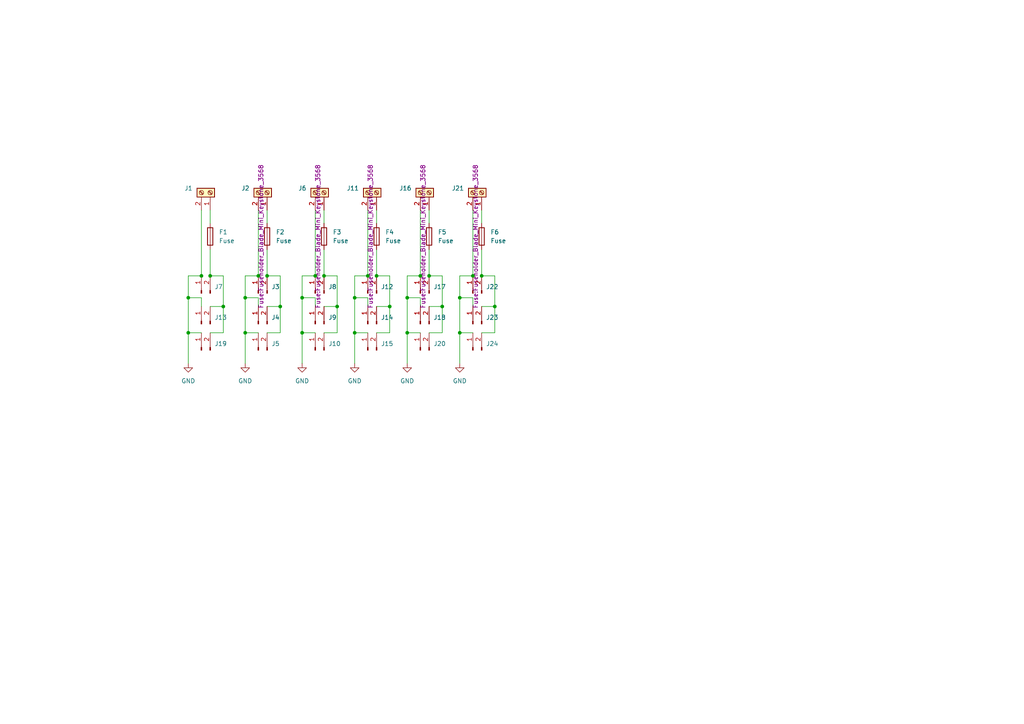
<source format=kicad_sch>
(kicad_sch (version 20231120) (generator "eeschema") (generator_version "8.0")
  (paper "A4")
  (lib_symbols
    (symbol "Connector:Conn_01x02_Pin" (pin_names (offset 1.016) hide)
      (property "Reference" "J" (at 0 2.54 0))
      (property "Value" "Conn_01x02_Pin" (at 0 -5.08 0))
      (symbol "Conn_01x02_Pin_1_1"
        (polyline (pts (xy 1.27 -2.54) (xy 0.8636 -2.54)) (stroke (width 0.1524)))
        (polyline (pts (xy 1.27 0) (xy 0.8636 0)) (stroke (width 0.1524)))
        (rectangle (start 0.8636 -2.413) (end 0 -2.667) (stroke (width 0.1524)) (fill (type outline)))
        (rectangle (start 0.8636 0.127) (end 0 -0.127) (stroke (width 0.1524)) (fill (type outline)))
        (pin passive line (at 5.08 0 180) (length 3.81) (name "Pin_1") (number "1"))
        (pin passive line (at 5.08 -2.54 180) (length 3.81) (name "Pin_2") (number "2"))
      )
    )
    (symbol "Connector:Screw_Terminal_01x02" (pin_names (offset 1.016) hide)
      (property "Reference" "J" (at 0 2.54 0))
      (property "Value" "Screw_Terminal_01x02" (at 0 -5.08 0))
      (symbol "Screw_Terminal_01x02_1_1"
        (rectangle (start -1.27 1.27) (end 1.27 -3.81) (stroke (width 0.254)) (fill (type background)))
        (circle (center 0 -2.54) (radius 0.635) (stroke (width 0.1524)))
        (polyline (pts (xy -0.5334 -2.2098) (xy 0.3302 -3.048)) (stroke (width 0.1524)))
        (polyline (pts (xy -0.5334 0.3302) (xy 0.3302 -0.508)) (stroke (width 0.1524)))
        (polyline (pts (xy -0.3556 -2.032) (xy 0.508 -2.8702)) (stroke (width 0.1524)))
        (polyline (pts (xy -0.3556 0.508) (xy 0.508 -0.3302)) (stroke (width 0.1524)))
        (circle (center 0 0) (radius 0.635) (stroke (width 0.1524)))
        (pin passive line (at -5.08 0 0) (length 3.81) (name "Pin_1") (number "1"))
        (pin passive line (at -5.08 -2.54 0) (length 3.81) (name "Pin_2") (number "2"))
      )
    )
    (symbol "Device:Fuse" (pin_numbers hide) (pin_names (offset 0))
      (property "Reference" "F" (at 2.032 0 90))
      (property "Value" "Fuse" (at -1.905 0 90))
      (symbol "Fuse_0_1"
        (rectangle (start -0.762 -2.54) (end 0.762 2.54) (stroke (width 0.254)))
        (polyline (pts (xy 0 2.54) (xy 0 -2.54)))
      )
      (symbol "Fuse_1_1"
        (pin passive line (at 0 3.81 270) (length 1.27) (name "~") (number "1"))
        (pin passive line (at 0 -3.81 90) (length 1.27) (name "~") (number "2"))
      )
    )
    (symbol "power:GND" (power) (pin_numbers hide) (pin_names (offset 0) hide)
      (property "Value" "GND" (at 0 -3.81 0))
      (symbol "GND_0_1"
        (polyline (pts (xy 0 0) (xy 0 -1.27) (xy 1.27 -1.27) (xy 0 -2.54) (xy -1.27 -1.27) (xy 0 -1.27)))
      )
      (symbol "GND_1_1"
        (pin power_in line (at 0 0 270) (length 0) (name "~") (number "1"))
      )
    )
  )
  (junction (at 124.46 80.01))
  (junction (at 137.16 80.01))
  (junction (at 128.27 88.9))
  (junction (at 143.51 88.9))
  (junction (at 133.35 86.36))
  (junction (at 81.28 88.9))
  (junction (at 87.63 86.36))
  (junction (at 54.61 86.36))
  (junction (at 118.11 86.36))
  (junction (at 93.98 80.01))
  (junction (at 106.68 80.01))
  (junction (at 77.47 80.01))
  (junction (at 102.87 86.36))
  (junction (at 118.11 96.52))
  (junction (at 71.12 96.52))
  (junction (at 113.03 88.9))
  (junction (at 87.63 96.52))
  (junction (at 64.77 88.9))
  (junction (at 139.7 80.01))
  (junction (at 102.87 96.52))
  (junction (at 54.61 96.52))
  (junction (at 74.93 80.01))
  (junction (at 71.12 86.36))
  (junction (at 97.79 88.9))
  (junction (at 91.44 80.01))
  (junction (at 60.96 80.01))
  (junction (at 109.22 80.01))
  (junction (at 58.42 80.01))
  (junction (at 121.92 80.01))
  (junction (at 133.35 96.52))
  (wire (pts (xy 91.44 86.36) (xy 87.63 86.36)))
  (wire (pts (xy 77.47 72.39) (xy 77.47 80.01)))
  (wire (pts (xy 93.98 72.39) (xy 93.98 80.01)))
  (wire (pts (xy 64.77 96.52) (xy 64.77 88.9)))
  (wire (pts (xy 54.61 96.52) (xy 54.61 86.36)))
  (wire (pts (xy 128.27 80.01) (xy 124.46 80.01)))
  (wire (pts (xy 106.68 60.96) (xy 106.68 80.01)))
  (wire (pts (xy 102.87 96.52) (xy 102.87 86.36)))
  (wire (pts (xy 109.22 72.39) (xy 109.22 80.01)))
  (wire (pts (xy 81.28 88.9) (xy 81.28 80.01)))
  (wire (pts (xy 58.42 60.96) (xy 58.42 80.01)))
  (wire (pts (xy 139.7 60.96) (xy 139.7 64.77)))
  (wire (pts (xy 74.93 60.96) (xy 74.93 80.01)))
  (wire (pts (xy 87.63 96.52) (xy 91.44 96.52)))
  (wire (pts (xy 118.11 86.36) (xy 118.11 80.01)))
  (wire (pts (xy 124.46 96.52) (xy 128.27 96.52)))
  (wire (pts (xy 87.63 96.52) (xy 87.63 86.36)))
  (wire (pts (xy 77.47 96.52) (xy 81.28 96.52)))
  (wire (pts (xy 54.61 105.41) (xy 54.61 96.52)))
  (wire (pts (xy 137.16 86.36) (xy 133.35 86.36)))
  (wire (pts (xy 87.63 80.01) (xy 91.44 80.01)))
  (wire (pts (xy 74.93 88.9) (xy 74.93 86.36)))
  (wire (pts (xy 91.44 60.96) (xy 91.44 80.01)))
  (wire (pts (xy 137.16 96.52) (xy 133.35 96.52)))
  (wire (pts (xy 128.27 88.9) (xy 128.27 80.01)))
  (wire (pts (xy 109.22 60.96) (xy 109.22 64.77)))
  (wire (pts (xy 71.12 80.01) (xy 74.93 80.01)))
  (wire (pts (xy 87.63 96.52) (xy 87.63 105.41)))
  (wire (pts (xy 91.44 88.9) (xy 91.44 86.36)))
  (wire (pts (xy 106.68 88.9) (xy 106.68 86.36)))
  (wire (pts (xy 143.51 88.9) (xy 143.51 80.01)))
  (wire (pts (xy 60.96 72.39) (xy 60.96 80.01)))
  (wire (pts (xy 71.12 96.52) (xy 71.12 86.36)))
  (wire (pts (xy 97.79 96.52) (xy 97.79 88.9)))
  (wire (pts (xy 121.92 96.52) (xy 118.11 96.52)))
  (wire (pts (xy 77.47 60.96) (xy 77.47 64.77)))
  (wire (pts (xy 137.16 60.96) (xy 137.16 80.01)))
  (wire (pts (xy 133.35 96.52) (xy 133.35 105.41)))
  (wire (pts (xy 118.11 96.52) (xy 118.11 105.41)))
  (wire (pts (xy 118.11 96.52) (xy 118.11 86.36)))
  (wire (pts (xy 74.93 86.36) (xy 71.12 86.36)))
  (wire (pts (xy 74.93 96.52) (xy 71.12 96.52)))
  (wire (pts (xy 121.92 88.9) (xy 121.92 86.36)))
  (wire (pts (xy 121.92 60.96) (xy 121.92 80.01)))
  (wire (pts (xy 60.96 60.96) (xy 60.96 64.77)))
  (wire (pts (xy 124.46 60.96) (xy 124.46 64.77)))
  (wire (pts (xy 113.03 88.9) (xy 113.03 80.01)))
  (wire (pts (xy 77.47 88.9) (xy 81.28 88.9)))
  (wire (pts (xy 58.42 88.9) (xy 58.42 86.36)))
  (wire (pts (xy 97.79 88.9) (xy 97.79 80.01)))
  (wire (pts (xy 113.03 80.01) (xy 109.22 80.01)))
  (wire (pts (xy 128.27 96.52) (xy 128.27 88.9)))
  (wire (pts (xy 54.61 96.52) (xy 58.42 96.52)))
  (wire (pts (xy 102.87 96.52) (xy 102.87 105.41)))
  (wire (pts (xy 139.7 88.9) (xy 143.51 88.9)))
  (wire (pts (xy 64.77 80.01) (xy 60.96 80.01)))
  (wire (pts (xy 133.35 80.01) (xy 137.16 80.01)))
  (wire (pts (xy 60.96 88.9) (xy 64.77 88.9)))
  (wire (pts (xy 54.61 86.36) (xy 54.61 80.01)))
  (wire (pts (xy 133.35 86.36) (xy 133.35 80.01)))
  (wire (pts (xy 60.96 96.52) (xy 64.77 96.52)))
  (wire (pts (xy 124.46 72.39) (xy 124.46 80.01)))
  (wire (pts (xy 102.87 86.36) (xy 102.87 80.01)))
  (wire (pts (xy 71.12 96.52) (xy 71.12 105.41)))
  (wire (pts (xy 137.16 88.9) (xy 137.16 86.36)))
  (wire (pts (xy 118.11 80.01) (xy 121.92 80.01)))
  (wire (pts (xy 143.51 80.01) (xy 139.7 80.01)))
  (wire (pts (xy 93.98 96.52) (xy 97.79 96.52)))
  (wire (pts (xy 143.51 96.52) (xy 143.51 88.9)))
  (wire (pts (xy 93.98 88.9) (xy 97.79 88.9)))
  (wire (pts (xy 81.28 96.52) (xy 81.28 88.9)))
  (wire (pts (xy 109.22 88.9) (xy 113.03 88.9)))
  (wire (pts (xy 81.28 80.01) (xy 77.47 80.01)))
  (wire (pts (xy 124.46 88.9) (xy 128.27 88.9)))
  (wire (pts (xy 71.12 86.36) (xy 71.12 80.01)))
  (wire (pts (xy 106.68 96.52) (xy 102.87 96.52)))
  (wire (pts (xy 58.42 86.36) (xy 54.61 86.36)))
  (wire (pts (xy 139.7 96.52) (xy 143.51 96.52)))
  (wire (pts (xy 133.35 96.52) (xy 133.35 86.36)))
  (wire (pts (xy 109.22 96.52) (xy 113.03 96.52)))
  (wire (pts (xy 121.92 86.36) (xy 118.11 86.36)))
  (wire (pts (xy 106.68 86.36) (xy 102.87 86.36)))
  (wire (pts (xy 139.7 72.39) (xy 139.7 80.01)))
  (wire (pts (xy 64.77 88.9) (xy 64.77 80.01)))
  (wire (pts (xy 102.87 80.01) (xy 106.68 80.01)))
  (wire (pts (xy 113.03 96.52) (xy 113.03 88.9)))
  (wire (pts (xy 97.79 80.01) (xy 93.98 80.01)))
  (wire (pts (xy 93.98 60.96) (xy 93.98 64.77)))
  (wire (pts (xy 54.61 80.01) (xy 58.42 80.01)))
  (wire (pts (xy 87.63 86.36) (xy 87.63 80.01)))
  (symbol (lib_id "Connector:Conn_01x02_Pin") (at 106.68 93.98 90) (unit 1)
    (property "Reference" "J14" (at 110.49 92.0749 90) (effects (justify right)))
    (property "Value" "Conn_01x02_Pin" (effects (hide yes)))
    (property "Footprint" "Connector_AMASS:AMASS_XT60-M_1x02_P7.20mm_Vertical" (effects (hide yes)))
    (property "Description" "Generic connector, single row, 01x02, script generated" (effects (hide yes)))
  )
  (symbol (lib_id "Connector:Screw_Terminal_01x02") (at 109.22 55.88 270) (mirror x) (unit 1)
    (property "Reference" "J11" (at 104.14 54.6099 90) (effects (justify right)))
    (property "Value" "Screw_Terminal_01x02" (effects (hide yes)))
    (property "Footprint" "TerminalBlock_Phoenix:TerminalBlock_Phoenix_PT-1,5-2-5.0-H_1x02_P5.00mm_Horizontal" (effects (hide yes)))
    (property "Description" "Generic screw terminal, single row, 01x02, script generated (kicad-library-utils/schlib/autogen/connector/)" (effects (hide yes)))
  )
  (symbol (lib_id "Connector:Conn_01x02_Pin") (at 58.42 93.98 90) (unit 1)
    (property "Reference" "J13" (at 62.23 92.0749 90) (effects (justify right)))
    (property "Value" "Conn_01x02_Pin" (effects (hide yes)))
    (property "Footprint" "Connector_AMASS:AMASS_XT60-M_1x02_P7.20mm_Vertical" (effects (hide yes)))
    (property "Description" "Generic connector, single row, 01x02, script generated" (effects (hide yes)))
  )
  (symbol (lib_id "power:GND") (at 87.63 105.41 0) (unit 1)
    (property "Reference" "#PWR03" (effects (hide yes)))
    (property "Value" "GND" (at 87.63 110.49 0))
    (property "Description" "Power symbol creates a global label with name \"GND\" , ground" (effects (hide yes)))
  )
  (symbol (lib_id "Connector:Conn_01x02_Pin") (at 121.92 93.98 90) (unit 1)
    (property "Reference" "J18" (at 125.73 92.0749 90) (effects (justify right)))
    (property "Value" "Conn_01x02_Pin" (effects (hide yes)))
    (property "Footprint" "Connector_AMASS:AMASS_XT60-M_1x02_P7.20mm_Vertical" (effects (hide yes)))
    (property "Description" "Generic connector, single row, 01x02, script generated" (effects (hide yes)))
  )
  (symbol (lib_id "Device:Fuse") (at 77.47 68.58 0) (unit 1)
    (property "Reference" "F2" (at 80.01 67.3099 0) (effects (justify left)))
    (property "Value" "Fuse" (at 80.01 69.8499 0) (effects (justify left)))
    (property "Footprint" "Fuse:Fuseholder_Blade_Mini_Keystone_3568" (at 75.692 68.58 90))
    (property "Description" "Fuse" (effects (hide yes)))
  )
  (symbol (lib_id "Connector:Conn_01x02_Pin") (at 137.16 85.09 90) (unit 1)
    (property "Reference" "J22" (at 140.97 83.1849 90) (effects (justify right)))
    (property "Value" "Conn_01x02_Pin" (effects (hide yes)))
    (property "Footprint" "Connector_AMASS:AMASS_XT60-M_1x02_P7.20mm_Vertical" (effects (hide yes)))
    (property "Description" "Generic connector, single row, 01x02, script generated" (effects (hide yes)))
  )
  (symbol (lib_id "Connector:Conn_01x02_Pin") (at 106.68 101.6 90) (unit 1)
    (property "Reference" "J15" (at 110.49 99.6949 90) (effects (justify right)))
    (property "Value" "Conn_01x02_Pin" (effects (hide yes)))
    (property "Footprint" "Connector_AMASS:AMASS_XT60-M_1x02_P7.20mm_Vertical" (effects (hide yes)))
    (property "Description" "Generic connector, single row, 01x02, script generated" (effects (hide yes)))
  )
  (symbol (lib_id "Connector:Conn_01x02_Pin") (at 58.42 85.09 90) (unit 1)
    (property "Reference" "J7" (at 62.23 83.1849 90) (effects (justify right)))
    (property "Value" "Conn_01x02_Pin" (effects (hide yes)))
    (property "Footprint" "Connector_AMASS:AMASS_XT60-M_1x02_P7.20mm_Vertical" (effects (hide yes)))
    (property "Description" "Generic connector, single row, 01x02, script generated" (effects (hide yes)))
  )
  (symbol (lib_id "Device:Fuse") (at 124.46 68.58 0) (unit 1)
    (property "Reference" "F5" (at 127 67.3099 0) (effects (justify left)))
    (property "Value" "Fuse" (at 127 69.8499 0) (effects (justify left)))
    (property "Footprint" "Fuse:Fuseholder_Blade_Mini_Keystone_3568" (at 122.682 68.58 90))
    (property "Description" "Fuse" (effects (hide yes)))
  )
  (symbol (lib_id "Connector:Conn_01x02_Pin") (at 137.16 101.6 90) (unit 1)
    (property "Reference" "J24" (at 140.97 99.6949 90) (effects (justify right)))
    (property "Value" "Conn_01x02_Pin" (effects (hide yes)))
    (property "Footprint" "Connector_AMASS:AMASS_XT60-M_1x02_P7.20mm_Vertical" (effects (hide yes)))
    (property "Description" "Generic connector, single row, 01x02, script generated" (effects (hide yes)))
  )
  (symbol (lib_id "Device:Fuse") (at 139.7 68.58 0) (unit 1)
    (property "Reference" "F6" (at 142.24 67.3099 0) (effects (justify left)))
    (property "Value" "Fuse" (at 142.24 69.8499 0) (effects (justify left)))
    (property "Footprint" "Fuse:Fuseholder_Blade_Mini_Keystone_3568" (at 137.922 68.58 90))
    (property "Description" "Fuse" (effects (hide yes)))
  )
  (symbol (lib_id "Connector:Screw_Terminal_01x02") (at 124.46 55.88 270) (mirror x) (unit 1)
    (property "Reference" "J16" (at 119.38 54.6099 90) (effects (justify right)))
    (property "Value" "Screw_Terminal_01x02" (effects (hide yes)))
    (property "Footprint" "TerminalBlock_Phoenix:TerminalBlock_Phoenix_PT-1,5-2-5.0-H_1x02_P5.00mm_Horizontal" (effects (hide yes)))
    (property "Description" "Generic screw terminal, single row, 01x02, script generated (kicad-library-utils/schlib/autogen/connector/)" (effects (hide yes)))
  )
  (symbol (lib_id "Connector:Conn_01x02_Pin") (at 121.92 101.6 90) (unit 1)
    (property "Reference" "J20" (at 125.73 99.6949 90) (effects (justify right)))
    (property "Value" "Conn_01x02_Pin" (effects (hide yes)))
    (property "Footprint" "Connector_AMASS:AMASS_XT60-M_1x02_P7.20mm_Vertical" (effects (hide yes)))
    (property "Description" "Generic connector, single row, 01x02, script generated" (effects (hide yes)))
  )
  (symbol (lib_id "Connector:Conn_01x02_Pin") (at 74.93 85.09 90) (unit 1)
    (property "Reference" "J3" (at 78.74 83.1849 90) (effects (justify right)))
    (property "Value" "Conn_01x02_Pin" (effects (hide yes)))
    (property "Footprint" "Connector_AMASS:AMASS_XT60-M_1x02_P7.20mm_Vertical" (effects (hide yes)))
    (property "Description" "Generic connector, single row, 01x02, script generated" (effects (hide yes)))
  )
  (symbol (lib_id "Connector:Conn_01x02_Pin") (at 91.44 101.6 90) (unit 1)
    (property "Reference" "J10" (at 95.25 99.6949 90) (effects (justify right)))
    (property "Value" "Conn_01x02_Pin" (effects (hide yes)))
    (property "Footprint" "Connector_AMASS:AMASS_XT60-M_1x02_P7.20mm_Vertical" (effects (hide yes)))
    (property "Description" "Generic connector, single row, 01x02, script generated" (effects (hide yes)))
  )
  (symbol (lib_id "Connector:Conn_01x02_Pin") (at 121.92 85.09 90) (unit 1)
    (property "Reference" "J17" (at 125.73 83.1849 90) (effects (justify right)))
    (property "Value" "Conn_01x02_Pin" (effects (hide yes)))
    (property "Footprint" "Connector_AMASS:AMASS_XT60-M_1x02_P7.20mm_Vertical" (effects (hide yes)))
    (property "Description" "Generic connector, single row, 01x02, script generated" (effects (hide yes)))
  )
  (symbol (lib_id "Connector:Conn_01x02_Pin") (at 74.93 101.6 90) (unit 1)
    (property "Reference" "J5" (at 78.74 99.6949 90) (effects (justify right)))
    (property "Value" "Conn_01x02_Pin" (effects (hide yes)))
    (property "Footprint" "Connector_AMASS:AMASS_XT60-M_1x02_P7.20mm_Vertical" (effects (hide yes)))
    (property "Description" "Generic connector, single row, 01x02, script generated" (effects (hide yes)))
  )
  (symbol (lib_id "Connector:Conn_01x02_Pin") (at 91.44 93.98 90) (unit 1)
    (property "Reference" "J9" (at 95.25 92.0749 90) (effects (justify right)))
    (property "Value" "Conn_01x02_Pin" (effects (hide yes)))
    (property "Footprint" "Connector_AMASS:AMASS_XT60-M_1x02_P7.20mm_Vertical" (effects (hide yes)))
    (property "Description" "Generic connector, single row, 01x02, script generated" (effects (hide yes)))
  )
  (symbol (lib_id "power:GND") (at 102.87 105.41 0) (unit 1)
    (property "Reference" "#PWR04" (effects (hide yes)))
    (property "Value" "GND" (at 102.87 110.49 0))
    (property "Description" "Power symbol creates a global label with name \"GND\" , ground" (effects (hide yes)))
  )
  (symbol (lib_id "power:GND") (at 133.35 105.41 0) (unit 1)
    (property "Reference" "#PWR06" (effects (hide yes)))
    (property "Value" "GND" (at 133.35 110.49 0))
    (property "Description" "Power symbol creates a global label with name \"GND\" , ground" (effects (hide yes)))
  )
  (symbol (lib_id "power:GND") (at 118.11 105.41 0) (unit 1)
    (property "Reference" "#PWR05" (effects (hide yes)))
    (property "Value" "GND" (at 118.11 110.49 0))
    (property "Description" "Power symbol creates a global label with name \"GND\" , ground" (effects (hide yes)))
  )
  (symbol (lib_id "power:GND") (at 54.61 105.41 0) (unit 1)
    (property "Reference" "#PWR01" (effects (hide yes)))
    (property "Value" "GND" (at 54.61 110.49 0))
    (property "Description" "Power symbol creates a global label with name \"GND\" , ground" (effects (hide yes)))
  )
  (symbol (lib_id "Device:Fuse") (at 93.98 68.58 0) (unit 1)
    (property "Reference" "F3" (at 96.52 67.3099 0) (effects (justify left)))
    (property "Value" "Fuse" (at 96.52 69.8499 0) (effects (justify left)))
    (property "Footprint" "Fuse:Fuseholder_Blade_Mini_Keystone_3568" (at 92.202 68.58 90))
    (property "Description" "Fuse" (effects (hide yes)))
  )
  (symbol (lib_id "Connector:Screw_Terminal_01x02") (at 77.47 55.88 270) (mirror x) (unit 1)
    (property "Reference" "J2" (at 72.39 54.6099 90) (effects (justify right)))
    (property "Value" "Screw_Terminal_01x02" (effects (hide yes)))
    (property "Footprint" "TerminalBlock_Phoenix:TerminalBlock_Phoenix_PT-1,5-2-5.0-H_1x02_P5.00mm_Horizontal" (effects (hide yes)))
    (property "Description" "Generic screw terminal, single row, 01x02, script generated (kicad-library-utils/schlib/autogen/connector/)" (effects (hide yes)))
  )
  (symbol (lib_id "Device:Fuse") (at 60.96 68.58 0) (unit 1)
    (property "Reference" "F1" (at 63.5 67.3099 0) (effects (justify left)))
    (property "Value" "Fuse" (at 63.5 69.8499 0) (effects (justify left)))
    (property "Footprint" "Fuse:Fuseholder_Blade_Mini_Keystone_3568" (effects (hide yes)))
    (property "Description" "Fuse" (effects (hide yes)))
  )
  (symbol (lib_id "Connector:Screw_Terminal_01x02") (at 60.96 55.88 270) (mirror x) (unit 1)
    (property "Reference" "J1" (at 55.88 54.6099 90) (effects (justify right)))
    (property "Value" "Screw_Terminal_01x02" (effects (hide yes)))
    (property "Footprint" "TerminalBlock_Phoenix:TerminalBlock_Phoenix_PT-1,5-2-5.0-H_1x02_P5.00mm_Horizontal" (effects (hide yes)))
    (property "Description" "Generic screw terminal, single row, 01x02, script generated (kicad-library-utils/schlib/autogen/connector/)" (effects (hide yes)))
  )
  (symbol (lib_id "Device:Fuse") (at 109.22 68.58 0) (unit 1)
    (property "Reference" "F4" (at 111.76 67.3099 0) (effects (justify left)))
    (property "Value" "Fuse" (at 111.76 69.8499 0) (effects (justify left)))
    (property "Footprint" "Fuse:Fuseholder_Blade_Mini_Keystone_3568" (at 107.442 68.58 90))
    (property "Description" "Fuse" (effects (hide yes)))
  )
  (symbol (lib_id "Connector:Conn_01x02_Pin") (at 91.44 85.09 90) (unit 1)
    (property "Reference" "J8" (at 95.25 83.1849 90) (effects (justify right)))
    (property "Value" "Conn_01x02_Pin" (effects (hide yes)))
    (property "Footprint" "Connector_AMASS:AMASS_XT60-M_1x02_P7.20mm_Vertical" (effects (hide yes)))
    (property "Description" "Generic connector, single row, 01x02, script generated" (effects (hide yes)))
  )
  (symbol (lib_id "Connector:Screw_Terminal_01x02") (at 93.98 55.88 270) (mirror x) (unit 1)
    (property "Reference" "J6" (at 88.9 54.6099 90) (effects (justify right)))
    (property "Value" "Screw_Terminal_01x02" (effects (hide yes)))
    (property "Footprint" "TerminalBlock_Phoenix:TerminalBlock_Phoenix_PT-1,5-2-5.0-H_1x02_P5.00mm_Horizontal" (effects (hide yes)))
    (property "Description" "Generic screw terminal, single row, 01x02, script generated (kicad-library-utils/schlib/autogen/connector/)" (effects (hide yes)))
  )
  (symbol (lib_id "Connector:Conn_01x02_Pin") (at 106.68 85.09 90) (unit 1)
    (property "Reference" "J12" (at 110.49 83.1849 90) (effects (justify right)))
    (property "Value" "Conn_01x02_Pin" (effects (hide yes)))
    (property "Footprint" "Connector_AMASS:AMASS_XT60-M_1x02_P7.20mm_Vertical" (effects (hide yes)))
    (property "Description" "Generic connector, single row, 01x02, script generated" (effects (hide yes)))
  )
  (symbol (lib_id "Connector:Conn_01x02_Pin") (at 74.93 93.98 90) (unit 1)
    (property "Reference" "J4" (at 78.74 92.0749 90) (effects (justify right)))
    (property "Value" "Conn_01x02_Pin" (effects (hide yes)))
    (property "Footprint" "Connector_AMASS:AMASS_XT60-M_1x02_P7.20mm_Vertical" (effects (hide yes)))
    (property "Description" "Generic connector, single row, 01x02, script generated" (effects (hide yes)))
  )
  (symbol (lib_id "Connector:Conn_01x02_Pin") (at 58.42 101.6 90) (unit 1)
    (property "Reference" "J19" (at 62.23 99.6949 90) (effects (justify right)))
    (property "Value" "Conn_01x02_Pin" (effects (hide yes)))
    (property "Footprint" "Connector_AMASS:AMASS_XT60-M_1x02_P7.20mm_Vertical" (effects (hide yes)))
    (property "Description" "Generic connector, single row, 01x02, script generated" (effects (hide yes)))
  )
  (symbol (lib_id "Connector:Conn_01x02_Pin") (at 137.16 93.98 90) (unit 1)
    (property "Reference" "J23" (at 140.97 92.0749 90) (effects (justify right)))
    (property "Value" "Conn_01x02_Pin" (effects (hide yes)))
    (property "Footprint" "Connector_AMASS:AMASS_XT60-M_1x02_P7.20mm_Vertical" (effects (hide yes)))
    (property "Description" "Generic connector, single row, 01x02, script generated" (effects (hide yes)))
  )
  (symbol (lib_id "power:GND") (at 71.12 105.41 0) (unit 1)
    (property "Reference" "#PWR02" (effects (hide yes)))
    (property "Value" "GND" (at 71.12 110.49 0))
    (property "Description" "Power symbol creates a global label with name \"GND\" , ground" (effects (hide yes)))
  )
  (symbol (lib_id "Connector:Screw_Terminal_01x02") (at 139.7 55.88 270) (mirror x) (unit 1)
    (property "Reference" "J21" (at 134.62 54.6099 90) (effects (justify right)))
    (property "Value" "Screw_Terminal_01x02" (effects (hide yes)))
    (property "Footprint" "TerminalBlock_Phoenix:TerminalBlock_Phoenix_PT-1,5-2-5.0-H_1x02_P5.00mm_Horizontal" (effects (hide yes)))
    (property "Description" "Generic screw terminal, single row, 01x02, script generated (kicad-library-utils/schlib/autogen/connector/)" (effects (hide yes)))
  )
)
</source>
